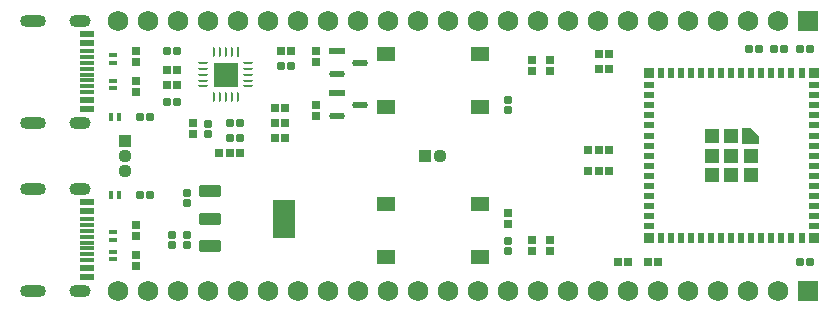
<source format=gts>
G04*
G04 #@! TF.GenerationSoftware,Altium Limited,Altium Designer,24.1.2 (44)*
G04*
G04 Layer_Color=8388736*
%FSLAX25Y25*%
%MOIN*%
G70*
G04*
G04 #@! TF.SameCoordinates,315B69A6-1E16-4325-8669-EC2AC127E6FB*
G04*
G04*
G04 #@! TF.FilePolarity,Negative*
G04*
G01*
G75*
%ADD19R,0.04528X0.01181*%
%ADD20R,0.04528X0.02362*%
G04:AMPARAMS|DCode=28|XSize=53.43mil|YSize=22.53mil|CornerRadius=11.26mil|HoleSize=0mil|Usage=FLASHONLY|Rotation=0.000|XOffset=0mil|YOffset=0mil|HoleType=Round|Shape=RoundedRectangle|*
%AMROUNDEDRECTD28*
21,1,0.05343,0.00000,0,0,0.0*
21,1,0.03091,0.02253,0,0,0.0*
1,1,0.02253,0.01545,0.00000*
1,1,0.02253,-0.01545,0.00000*
1,1,0.02253,-0.01545,0.00000*
1,1,0.02253,0.01545,0.00000*
%
%ADD28ROUNDEDRECTD28*%
%ADD29R,0.05343X0.02253*%
G04:AMPARAMS|DCode=31|XSize=9.55mil|YSize=33.06mil|CornerRadius=4.77mil|HoleSize=0mil|Usage=FLASHONLY|Rotation=270.000|XOffset=0mil|YOffset=0mil|HoleType=Round|Shape=RoundedRectangle|*
%AMROUNDEDRECTD31*
21,1,0.00955,0.02351,0,0,270.0*
21,1,0.00000,0.03306,0,0,270.0*
1,1,0.00955,-0.01176,0.00000*
1,1,0.00955,-0.01176,0.00000*
1,1,0.00955,0.01176,0.00000*
1,1,0.00955,0.01176,0.00000*
%
%ADD31ROUNDEDRECTD31*%
G04:AMPARAMS|DCode=32|XSize=33.06mil|YSize=9.55mil|CornerRadius=4.77mil|HoleSize=0mil|Usage=FLASHONLY|Rotation=270.000|XOffset=0mil|YOffset=0mil|HoleType=Round|Shape=RoundedRectangle|*
%AMROUNDEDRECTD32*
21,1,0.03306,0.00000,0,0,270.0*
21,1,0.02351,0.00955,0,0,270.0*
1,1,0.00955,0.00000,-0.01176*
1,1,0.00955,0.00000,0.01176*
1,1,0.00955,0.00000,0.01176*
1,1,0.00955,0.00000,-0.01176*
%
%ADD32ROUNDEDRECTD32*%
%ADD33R,0.00955X0.03306*%
%ADD34R,0.06102X0.05118*%
%ADD37R,0.02526X0.02762*%
%ADD38R,0.02762X0.02526*%
G04:AMPARAMS|DCode=39|XSize=27.62mil|YSize=25.26mil|CornerRadius=7.63mil|HoleSize=0mil|Usage=FLASHONLY|Rotation=270.000|XOffset=0mil|YOffset=0mil|HoleType=Round|Shape=RoundedRectangle|*
%AMROUNDEDRECTD39*
21,1,0.02762,0.00999,0,0,270.0*
21,1,0.01235,0.02526,0,0,270.0*
1,1,0.01527,-0.00500,-0.00618*
1,1,0.01527,-0.00500,0.00618*
1,1,0.01527,0.00500,0.00618*
1,1,0.01527,0.00500,-0.00618*
%
%ADD39ROUNDEDRECTD39*%
%ADD40R,0.01778X0.02762*%
%ADD41R,0.02762X0.01778*%
G04:AMPARAMS|DCode=42|XSize=27.62mil|YSize=25.26mil|CornerRadius=7.63mil|HoleSize=0mil|Usage=FLASHONLY|Rotation=180.000|XOffset=0mil|YOffset=0mil|HoleType=Round|Shape=RoundedRectangle|*
%AMROUNDEDRECTD42*
21,1,0.02762,0.00999,0,0,180.0*
21,1,0.01235,0.02526,0,0,180.0*
1,1,0.01527,-0.00618,0.00500*
1,1,0.01527,0.00618,0.00500*
1,1,0.01527,0.00618,-0.00500*
1,1,0.01527,-0.00618,-0.00500*
%
%ADD42ROUNDEDRECTD42*%
%ADD43R,0.03550X0.03550*%
%ADD44R,0.01975X0.03550*%
%ADD45R,0.03550X0.01975*%
%ADD46R,0.05124X0.05124*%
%ADD47R,0.03156X0.02762*%
%ADD48R,0.08071X0.08071*%
G04:AMPARAMS|DCode=49|XSize=39.43mil|YSize=72.9mil|CornerRadius=3.95mil|HoleSize=0mil|Usage=FLASHONLY|Rotation=90.000|XOffset=0mil|YOffset=0mil|HoleType=Round|Shape=RoundedRectangle|*
%AMROUNDEDRECTD49*
21,1,0.03943,0.06500,0,0,90.0*
21,1,0.03154,0.07290,0,0,90.0*
1,1,0.00790,0.03250,0.01577*
1,1,0.00790,0.03250,-0.01577*
1,1,0.00790,-0.03250,-0.01577*
1,1,0.00790,-0.03250,0.01577*
%
%ADD49ROUNDEDRECTD49*%
G04:AMPARAMS|DCode=50|XSize=129.98mil|YSize=72.9mil|CornerRadius=4.07mil|HoleSize=0mil|Usage=FLASHONLY|Rotation=90.000|XOffset=0mil|YOffset=0mil|HoleType=Round|Shape=RoundedRectangle|*
%AMROUNDEDRECTD50*
21,1,0.12998,0.06476,0,0,90.0*
21,1,0.12185,0.07290,0,0,90.0*
1,1,0.00813,0.03238,0.06093*
1,1,0.00813,0.03238,-0.06093*
1,1,0.00813,-0.03238,-0.06093*
1,1,0.00813,-0.03238,0.06093*
%
%ADD50ROUNDEDRECTD50*%
%ADD51R,0.04400X0.04400*%
%ADD52C,0.04400*%
G04:AMPARAMS|DCode=53|XSize=39.37mil|YSize=70.87mil|CornerRadius=19.68mil|HoleSize=0mil|Usage=FLASHONLY|Rotation=270.000|XOffset=0mil|YOffset=0mil|HoleType=Round|Shape=RoundedRectangle|*
%AMROUNDEDRECTD53*
21,1,0.03937,0.03150,0,0,270.0*
21,1,0.00000,0.07087,0,0,270.0*
1,1,0.03937,-0.01575,0.00000*
1,1,0.03937,-0.01575,0.00000*
1,1,0.03937,0.01575,0.00000*
1,1,0.03937,0.01575,0.00000*
%
%ADD53ROUNDEDRECTD53*%
G04:AMPARAMS|DCode=54|XSize=39.37mil|YSize=86.61mil|CornerRadius=19.68mil|HoleSize=0mil|Usage=FLASHONLY|Rotation=270.000|XOffset=0mil|YOffset=0mil|HoleType=Round|Shape=RoundedRectangle|*
%AMROUNDEDRECTD54*
21,1,0.03937,0.04724,0,0,270.0*
21,1,0.00000,0.08661,0,0,270.0*
1,1,0.03937,-0.02362,0.00000*
1,1,0.03937,-0.02362,0.00000*
1,1,0.03937,0.02362,0.00000*
1,1,0.03937,0.02362,0.00000*
%
%ADD54ROUNDEDRECTD54*%
%ADD55R,0.06800X0.06800*%
%ADD56C,0.06800*%
%ADD57R,0.04400X0.04400*%
G36*
X243244Y53740D02*
Y59252D01*
X246197D01*
X248756Y56693D01*
Y53740D01*
X243244D01*
D02*
G37*
D19*
X24764Y84882D02*
D03*
Y82913D02*
D03*
Y80945D02*
D03*
Y78976D02*
D03*
Y77008D02*
D03*
Y75039D02*
D03*
Y73071D02*
D03*
Y71102D02*
D03*
Y15118D02*
D03*
Y17087D02*
D03*
Y19055D02*
D03*
Y21024D02*
D03*
Y22992D02*
D03*
Y24961D02*
D03*
Y26929D02*
D03*
Y28898D02*
D03*
D20*
Y68543D02*
D03*
Y87441D02*
D03*
Y90591D02*
D03*
Y65394D02*
D03*
Y9409D02*
D03*
Y34606D02*
D03*
Y31457D02*
D03*
Y12559D02*
D03*
D28*
X115742Y67000D02*
D03*
X108258Y63260D02*
D03*
X115742Y81000D02*
D03*
X108258Y77260D02*
D03*
D29*
Y70740D02*
D03*
Y84740D02*
D03*
D31*
X78541Y80937D02*
D03*
Y78969D02*
D03*
Y77000D02*
D03*
Y75032D02*
D03*
Y73063D02*
D03*
X63459D02*
D03*
Y75032D02*
D03*
Y77000D02*
D03*
Y78969D02*
D03*
Y80937D02*
D03*
D32*
X74937Y69459D02*
D03*
X72969D02*
D03*
X71000D02*
D03*
X69032D02*
D03*
X67063D02*
D03*
Y84541D02*
D03*
X69032D02*
D03*
X71000D02*
D03*
X72969D02*
D03*
D33*
X74937D02*
D03*
D34*
X124350Y83858D02*
D03*
X155650D02*
D03*
X124350Y66142D02*
D03*
X155650D02*
D03*
X124350Y33858D02*
D03*
X155650D02*
D03*
X124350Y16142D02*
D03*
X155650D02*
D03*
D37*
X191898Y51800D02*
D03*
X195299D02*
D03*
X198701D02*
D03*
X195299D02*
D03*
Y44800D02*
D03*
X191898D02*
D03*
X198701D02*
D03*
X195299D02*
D03*
X72299Y51000D02*
D03*
X68898D02*
D03*
X72299D02*
D03*
X75701D02*
D03*
X51299Y78500D02*
D03*
X54701D02*
D03*
X51299Y73500D02*
D03*
X54701D02*
D03*
X198701Y84000D02*
D03*
X195299D02*
D03*
X211799Y14500D02*
D03*
X215201D02*
D03*
X201799D02*
D03*
X205201D02*
D03*
X90701Y66000D02*
D03*
X87299D02*
D03*
X90701Y56000D02*
D03*
X87299D02*
D03*
X89299Y85000D02*
D03*
X92701D02*
D03*
X90701Y61000D02*
D03*
X87299D02*
D03*
X198701Y79000D02*
D03*
X195299D02*
D03*
D38*
X179000Y18299D02*
D03*
Y21701D02*
D03*
X101000Y84701D02*
D03*
Y81299D02*
D03*
X165000Y30701D02*
D03*
Y27299D02*
D03*
X101000Y63299D02*
D03*
Y66701D02*
D03*
X41000Y13299D02*
D03*
Y16701D02*
D03*
Y26701D02*
D03*
Y23299D02*
D03*
Y84701D02*
D03*
Y81299D02*
D03*
Y71299D02*
D03*
Y74701D02*
D03*
X60000Y60701D02*
D03*
Y57299D02*
D03*
X179000Y78299D02*
D03*
Y81701D02*
D03*
D39*
X75693Y61000D02*
D03*
X72307D02*
D03*
Y56000D02*
D03*
X75693D02*
D03*
X51307Y85000D02*
D03*
X54693D02*
D03*
X42307Y63000D02*
D03*
X45693D02*
D03*
X262307Y14500D02*
D03*
X265693D02*
D03*
X262307Y85500D02*
D03*
X265693D02*
D03*
X92693Y80000D02*
D03*
X89307D02*
D03*
X51307Y68000D02*
D03*
X54693D02*
D03*
X45693Y37000D02*
D03*
X42307D02*
D03*
X245307Y85500D02*
D03*
X248693D02*
D03*
X253807D02*
D03*
X257193D02*
D03*
D40*
X35280Y63000D02*
D03*
X32721D02*
D03*
Y37000D02*
D03*
X35280D02*
D03*
D41*
X33500Y81000D02*
D03*
Y83559D02*
D03*
Y75000D02*
D03*
Y72441D02*
D03*
Y24559D02*
D03*
Y22000D02*
D03*
Y15441D02*
D03*
Y18000D02*
D03*
D42*
X65000Y60693D02*
D03*
Y57307D02*
D03*
X58000Y37693D02*
D03*
Y34307D02*
D03*
Y23693D02*
D03*
Y20307D02*
D03*
X53000D02*
D03*
Y23693D02*
D03*
X165000Y18307D02*
D03*
Y21693D02*
D03*
Y68693D02*
D03*
Y65307D02*
D03*
D43*
X267063Y77559D02*
D03*
X211945D02*
D03*
X267063Y22441D02*
D03*
X211945D02*
D03*
D44*
X262929Y77559D02*
D03*
X259583D02*
D03*
X256236D02*
D03*
X252890D02*
D03*
X249543D02*
D03*
X246197D02*
D03*
X242850D02*
D03*
X239504D02*
D03*
X236157D02*
D03*
X232811D02*
D03*
X229465D02*
D03*
X226118D02*
D03*
X222772D02*
D03*
X219425D02*
D03*
X216079D02*
D03*
Y22441D02*
D03*
X219425D02*
D03*
X222772D02*
D03*
X226118D02*
D03*
X229465D02*
D03*
X232811D02*
D03*
X236157D02*
D03*
X239504D02*
D03*
X242850D02*
D03*
X246197D02*
D03*
X249543D02*
D03*
X252890D02*
D03*
X256236D02*
D03*
X259583D02*
D03*
X262929D02*
D03*
D45*
X211945Y73425D02*
D03*
Y70079D02*
D03*
Y66732D02*
D03*
Y63386D02*
D03*
Y60039D02*
D03*
Y56693D02*
D03*
Y53347D02*
D03*
Y50000D02*
D03*
Y46654D02*
D03*
Y43307D02*
D03*
Y39961D02*
D03*
Y36614D02*
D03*
Y33268D02*
D03*
Y29921D02*
D03*
Y26575D02*
D03*
X267063D02*
D03*
Y29921D02*
D03*
Y33268D02*
D03*
Y36614D02*
D03*
Y39961D02*
D03*
Y43307D02*
D03*
Y46654D02*
D03*
Y50000D02*
D03*
Y53347D02*
D03*
Y56693D02*
D03*
Y60039D02*
D03*
Y63386D02*
D03*
Y66732D02*
D03*
Y70079D02*
D03*
Y73425D02*
D03*
D46*
X239504Y50000D02*
D03*
X246000D02*
D03*
Y43504D02*
D03*
X239504D02*
D03*
X233008D02*
D03*
Y50000D02*
D03*
Y56496D02*
D03*
X239504D02*
D03*
D47*
X173000Y78130D02*
D03*
Y81870D02*
D03*
Y18130D02*
D03*
Y21870D02*
D03*
D48*
X71000Y77000D02*
D03*
D49*
X65697Y38055D02*
D03*
Y29000D02*
D03*
Y19945D02*
D03*
D50*
X90303Y29000D02*
D03*
D51*
X137500Y50000D02*
D03*
D52*
X142500D02*
D03*
X37500Y45000D02*
D03*
Y50000D02*
D03*
D53*
X22500Y60984D02*
D03*
Y95000D02*
D03*
Y39016D02*
D03*
Y5000D02*
D03*
D54*
X6752Y60984D02*
D03*
Y95000D02*
D03*
Y39016D02*
D03*
Y5000D02*
D03*
D55*
X265000D02*
D03*
Y95000D02*
D03*
D56*
X255000Y5000D02*
D03*
X245000D02*
D03*
X235000D02*
D03*
X225000D02*
D03*
X215000D02*
D03*
X205000D02*
D03*
X195000D02*
D03*
X185000D02*
D03*
X175000D02*
D03*
X165000D02*
D03*
X155000D02*
D03*
X145000D02*
D03*
X135000D02*
D03*
X125000D02*
D03*
X115000D02*
D03*
X105000D02*
D03*
X95000D02*
D03*
X85000D02*
D03*
X75000D02*
D03*
X65000D02*
D03*
X55000D02*
D03*
X45000D02*
D03*
X35000D02*
D03*
X255000Y95000D02*
D03*
X245000D02*
D03*
X235000D02*
D03*
X225000D02*
D03*
X215000D02*
D03*
X205000D02*
D03*
X195000D02*
D03*
X185000D02*
D03*
X175000D02*
D03*
X165000D02*
D03*
X155000D02*
D03*
X145000D02*
D03*
X135000D02*
D03*
X125000D02*
D03*
X115000D02*
D03*
X105000D02*
D03*
X95000D02*
D03*
X85000D02*
D03*
X75000D02*
D03*
X65000D02*
D03*
X55000D02*
D03*
X45000D02*
D03*
X35000D02*
D03*
D57*
X37500Y55000D02*
D03*
M02*

</source>
